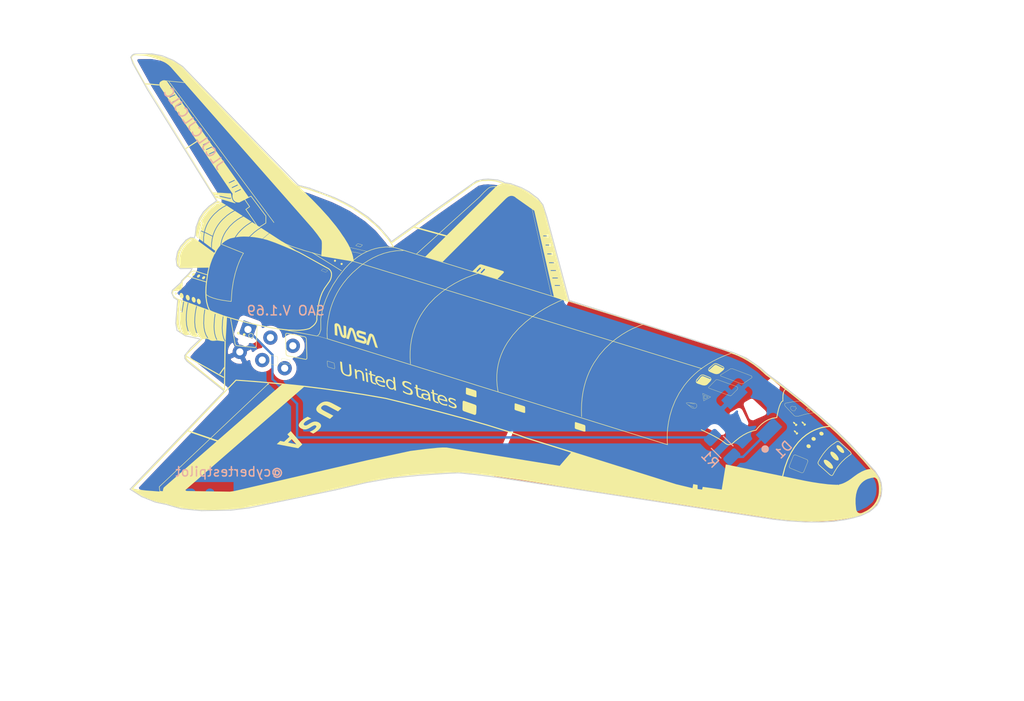
<source format=kicad_pcb>
(kicad_pcb (version 20211014) (generator pcbnew)
  (layers (0 "F.Cu" signal) (31 "B.Cu" signal) (34 "B.Paste" user) (35 "F.Paste" user) (36 "B.SilkS" user "B.Silkscreen") (37 "F.SilkS" user "F.Silkscreen") (38 "B.Mask" user) (39 "F.Mask" user) (44 "Edge.Cuts" user))
  (net 0 "")
  (net 1 "Net-(D1-Pad2)")
  (net 2 "GND")
  (net 3 "Net-(J1-Pad1)")
  (net 4 "Net-(J1-Pad3)")
  (net 5 "Net-(J1-Pad4)")
  (net 6 "Net-(J1-Pad5)")
  (net 7 "Net-(J1-Pad6)")
  (footprint "space_shuttle_SAO:space_shuttle_proper" (layer "F.Cu") (at 140.51788 73.48728)
    (fp_text reference "svg2mod" hide)
    (fp_text value "G***" hide)
    (fp_poly (pts (xy 6.670019 21.298652) (xy 22.380173 32.803893) (xy 22.382819 32.803893) (xy 25.923084 31.775105) (xy 26.072431 31.713611) (xy 26.141702 31.705253) (xy 26.253321 31.725414) (xy 26.357707 31.799828) (xy 26.851706 31.225116) (xy 26.840329 31.077838) (xy 26.878053 30.932111) (xy 26.881678 30.926952) (xy 26.960225 30.832384) (xy 26.961283 30.831326) (xy 27.235169 30.542454) (xy 27.246017 30.537797) (xy 27.435162 30.499642) (xy 27.435691 30.499642) (xy 27.574701 30.538914) (xy 27.674435 30.630383) (xy 28.510045 31.000847) (xy 27.705442 30.23862) (xy 27.710601 30.242747) (xy 27.678047 30.212259) (xy 27.62947 30.123375) (xy 27.646006 29.989533) (xy 27.776231 29.868095) (xy 28.172066 29.50642) (xy 28.210825 29.540009) (xy 29.158055 30.358047) (xy 29.153927 30.388535) (xy 29.064011 30.970412) (xy 29.008716 31.105805) (xy 28.92035 31.179703) (xy 28.868156 31.192112) (xy 28.721397 31.160589) (xy 28.575667 31.063437) (xy 28.513141 31.003493) (xy 28.510045 31.000847) (xy 27.674435 30.630383) (xy 28.658873 31.525418) (xy 28.761193 31.645306) (xy 28.790646 31.775015) (xy 28.772046 31.917126) (xy 28.772046 31.918184) (xy 28.443383 32.792034) (xy 28.439759 32.798225) (xy 28.356045 32.888657) (xy 28.261993 32.931549) (xy 28.214966 32.935173) (xy 28.089392 32.90055) (xy 27.973637 32.813735) (xy 27.930229 32.76516) (xy 27.930229 32.764631) (xy 26.938042 31.393655) (xy 26.937513 31.392597) (xy 26.936454 31.39048) (xy 26.851706 31.225116) (xy 26.357707 31.799828) (xy 27.602593 32.964098) (xy 27.603652 32.964627) (xy 27.643442 33.011135) (xy 27.708038 33.132058) (xy 27.72251 33.212674) (xy 27.707006 33.300523) (xy 27.651194 33.380623) (xy 27.554561 33.446769) (xy 27.554032 33.446769) (xy 27.463081 33.505679) (xy 27.45689 33.508324) (xy 26.779411 33.796162) (xy 26.348428 33.996666) (xy 26.338083 34.001825) (xy 26.326203 34.002354) (xy 26.154637 33.982193) (xy 26.008394 33.919148) (xy 25.882304 33.785306) (xy 25.880187 33.782211) (xy 25.355672 32.547146) (xy 25.30348 32.383848) (xy 25.313296 32.223651) (xy 25.350502 32.141484) (xy 25.417683 32.066554) (xy 25.421307 32.063459) (xy 25.923084 31.775105) (xy 22.382819 32.803893) (xy 23.09027 32.985278) (xy 23.090799 32.985278) (xy 23.230843 33.067441) (xy 24.572381 32.769264) (xy 24.631293 32.73464) (xy 24.763069 32.695366) (xy 24.855991 32.694855) (xy 25.00792 32.750666) (xy 25.152612 32.896394) (xy 25.155258 32.900018) (xy 25.156846 32.903114) (xy 25.735106 34.094773) (xy 25.784197 34.227581) (xy 25.803326 34.35057) (xy 25.767152 34.477694) (xy 25.762495 34.484917) (xy 24.448882 35.57994) (xy 24.440097 35.583565) (xy 24.350697 35.613021) (xy 24.147092 35.650743) (xy 24.030821 35.647118) (xy 23.918167 35.610944) (xy 23.828248 35.52568) (xy 23.782774 35.390803) (xy 23.782774 35.387707) (xy 23.782774 33.470513) (xy 23.787934 33.31135) (xy 23.838578 33.178543) (xy 23.960532 33.092759) (xy 24.572381 32.769264) (xy 23.230843 33.067441) (xy 23.325929 33.194566) (xy 23.368821 33.39817) (xy 23.368821 33.3987) (xy 23.350723 35.256982) (xy 23.345035 35.31641) (xy 23.289223 35.440434) (xy 23.180704 35.523634) (xy 22.995703 35.56084) (xy 22.822586 35.545865) (xy 22.817426 35.544806) (xy 21.548254 34.892135) (xy 21.476941 34.864745) (xy 21.359117 34.773279) (xy 21.310026 34.689046) (xy 21.29349 34.578458) (xy 21.321911 34.4441) (xy 21.407176 34.285453) (xy 22.021094 33.020414) (xy 22.021623 33.019356) (xy 22.116706 32.904119) (xy 22.229363 32.828671) (xy 22.380173 32.803893) (xy 6.670019 21.298652) (xy -1.230273 39.961594) (xy 9.697741 41.598703) (xy 22.992022 43.635272) (xy 23.045966 43.643339) (xy 23.196245 43.665816) (xy 23.425535 43.700122) (xy 23.716509 43.743675) (xy 24.051841 43.793893) (xy 24.414206 43.848193) (xy 24.786277 43.903992) (xy 25.150729 43.958709) (xy 25.490235 44.009762) (xy 25.78747 44.054568) (xy 26.025107 44.090545) (xy 26.185822 44.115111) (xy 26.252287 44.125683) (xy 26.342146 44.140119) (xy 26.549703 44.172159) (xy 26.840709 44.216648) (xy 27.180912 44.268434) (xy 27.536063 44.322362) (xy 27.871913 44.373278) (xy 28.15421 44.416027) (xy 28.348705 44.445457) (xy 28.421148 44.456412) (xy 29.944568 44.626425) (xy 31.872616 44.745281) (xy 33.609979 44.752531) (xy 34.909123 44.679665) (xy 36.165894 44.488979) (xy 36.878512 44.332918) (xy 37.753394 44.078153) (xy 38.648948 43.655955) (xy 39.025151 43.355716) (xy 39.430294 42.993465) (xy 39.663355 42.544395) (xy 39.862827 42.017295) (xy 39.925872 41.324314) (xy 39.862827 40.692312) (xy 39.690744 40.190019) (xy 39.227208 39.456729) (xy 38.350775 38.504332) (xy 36.607211 36.612458) (xy 34.964418 35.004805) (xy 32.210582 32.585315) (xy 29.019561 30.04645) (xy 27.742637 29.108523) (xy 27.067225 28.493058) (xy 25.547937 27.439376) (xy 24.106167 26.842513) (xy 6.670019 21.298652)) (layer "F.Cu") (width 0) (fill solid))
    (fp_line (start -6.840882 39.684765) (end -5.056002 39.591103) (layer "Edge.Cuts") (width 0.1))
    (fp_line (start -35.330951 20.968406) (end -34.938309 21.210235) (layer "Edge.Cuts") (width 0.1))
    (fp_line (start -36.182115 42.947078) (end -34.583238 43.411157) (layer "Edge.Cuts") (width 0.1))
    (fp_line (start -0.352769 8.598606) (end -0.888815 8.41525) (layer "Edge.Cuts") (width 0.1))
    (fp_line (start -34.938309 21.210235) (end -35.143361 23.669537) (layer "Edge.Cuts") (width 0.1))
    (fp_line (start -31.581011 11.210044) (end -32.196961 11.819114) (layer "Edge.Cuts") (width 0.1))
    (fp_line (start -39.611909 -4.95396) (end -39.77013 -4.856276) (layer "Edge.Cuts") (width 0.1))
    (fp_line (start -34.961063 19.664804) (end -35.498961 20.151372) (layer "Edge.Cuts") (width 0.1))
    (fp_line (start 27.347784 44.368155) (end 28.41035 44.529286) (layer "Edge.Cuts") (width 0.1))
    (fp_line (start 26.237856 44.198027) (end 26.350834 44.216284) (layer "Edge.Cuts") (width 0.1))
    (fp_line (start -38.136063 -1.15883) (end -30.799961 10.651244) (layer "Edge.Cuts") (width 0.1))
    (fp_line (start -30.799961 10.651244) (end -31.581011 11.210044) (layer "Edge.Cuts") (width 0.1))
    (fp_line (start -33.93739 18.578424) (end -34.543551 19.16871) (layer "Edge.Cuts") (width 0.1))
    (fp_line (start 37.779775 44.147492) (end 38.688619 43.719132) (layer "Edge.Cuts") (width 0.1))
    (fp_line (start -33.555597 14.531093) (end -34.034492 14.804143) (layer "Edge.Cuts") (width 0.1))
    (fp_line (start -17.350661 10.729296) (end -18.284111 10.283473) (layer "Edge.Cuts") (width 0.1))
    (fp_line (start 35.014615 34.950576) (end 32.258186 32.529109) (layer "Edge.Cuts") (width 0.1))
    (fp_line (start 39.072794 43.412215) (end 39.489248 43.039417) (layer "Edge.Cuts") (width 0.1))
    (fp_line (start -0.888815 8.41525) (end -1.8855 8.334023) (layer "Edge.Cuts") (width 0.1))
    (fp_line (start -37.682303 -4.999945) (end -39.440459 -4.981344) (layer "Edge.Cuts") (width 0.1))
    (fp_line (start 27.789109 29.051161) (end 27.113098 28.435212) (layer "Edge.Cuts") (width 0.1))
    (fp_line (start -34.034492 14.804143) (end -34.618957 15.474333) (layer "Edge.Cuts") (width 0.1))
    (fp_line (start -35.008688 17.549195) (end -34.652559 17.865372) (layer "Edge.Cuts") (width 0.1))
    (fp_line (start 39.489248 43.039417) (end 39.731077 42.574544) (layer "Edge.Cuts") (width 0.1))
    (fp_line (start 4.368456 12.401462) (end 3.940889 11.076694) (layer "Edge.Cuts") (width 0.1))
    (fp_line (start -0.103267 8.725342) (end -0.352769 8.598606) (layer "Edge.Cuts") (width 0.1))
    (fp_line (start -1.8855 8.334023) (end -2.405936 8.36101) (layer "Edge.Cuts") (width 0.1))
    (fp_line (start -35.101028 16.838525) (end -35.008688 17.549195) (layer "Edge.Cuts") (width 0.1))
    (fp_line (start -39.710599 -3.982939) (end -38.136063 -1.15883) (layer "Edge.Cuts") (width 0.1))
    (fp_line (start 39.7578 40.158105) (end 39.286048 39.411715) (layer "Edge.Cuts") (width 0.1))
    (fp_line (start -32.196961 11.819114) (end -32.623205 12.48851) (layer "Edge.Cuts") (width 0.1))
    (fp_line (start 39.286048 39.411715) (end 38.404986 38.454188) (layer "Edge.Cuts") (width 0.1))
    (fp_line (start -36.55359 -4.789601) (end -37.682303 -4.999945) (layer "Edge.Cuts") (width 0.1))
    (fp_line (start -35.365082 -4.295068) (end -36.55359 -4.789601) (layer "Edge.Cuts") (width 0.1))
    (fp_line (start -18.284111 10.283473) (end -20.870942 9.298958) (layer "Edge.Cuts") (width 0.1))
    (fp_line (start -18.144146 41.410113) (end -14.882098 40.638588) (layer "Edge.Cuts") (width 0.1))
    (fp_line (start -34.184247 27.098801) (end -34.176044 27.412068) (layer "Edge.Cuts") (width 0.1))
    (fp_line (start 26.604569 44.254913) (end 27.347784 44.368155) (layer "Edge.Cuts") (width 0.1))
    (fp_line (start 26.350834 44.216284) (end 26.604569 44.254913) (layer "Edge.Cuts") (width 0.1))
    (fp_line (start -7.3719 11.508229) (end -12.194461 14.985383) (layer "Edge.Cuts") (width 0.1))
    (fp_line (start 40.000159 41.323859) (end 39.9356 40.676423) (layer "Edge.Cuts") (width 0.1))
    (fp_line (start 39.9356 40.676423) (end 39.7578 40.158105) (layer "Edge.Cuts") (width 0.1))
    (fp_line (start 31.870042 44.81874) (end 33.611529 44.826413) (layer "Edge.Cuts") (width 0.1))
    (fp_line (start 34.916984 44.752594) (end 36.179311 44.5613) (layer "Edge.Cuts") (width 0.1))
    (fp_line (start -34.950745 16.069116) (end -35.101028 16.838525) (layer "Edge.Cuts") (width 0.1))
    (fp_line (start -3.337269 39.769961) (end -1.240181 40.034544) (layer "Edge.Cuts") (width 0.1))
    (fp_line (start -35.143361 23.669537) (end -34.998899 24.43868) (layer "Edge.Cuts") (width 0.1))
    (fp_line (start 29.938319 44.699942) (end 31.870042 44.81874) (layer "Edge.Cuts") (width 0.1))
    (fp_line (start -26.705799 4.274521) (end -32.587486 -1.784622) (layer "Edge.Cuts") (width 0.1))
    (fp_line (start -39.440459 -4.981344) (end -39.445486 -4.980313) (layer "Edge.Cuts") (width 0.1))
    (fp_line (start 3.940889 11.076694) (end 3.413839 10.404387) (layer "Edge.Cuts") (width 0.1))
    (fp_line (start 24.131509 26.773364) (end 6.730392 21.240926) (layer "Edge.Cuts") (width 0.1))
    (fp_line (start -39.784682 41.471232) (end -38.769211 42.121842) (layer "Edge.Cuts") (width 0.1))
    (fp_line (start 38.688619 43.719132) (end 39.072794 43.412215) (layer "Edge.Cuts") (width 0.1))
    (fp_line (start -35.498961 20.151372) (end -35.576484 20.441356) (layer "Edge.Cuts") (width 0.1))
    (fp_line (start -39.77013 -4.856276) (end -39.928086 -4.636143) (layer "Edge.Cuts") (width 0.1))
    (fp_line (start -33.158986 14.570516) (end -33.555597 14.531093) (layer "Edge.Cuts") (width 0.1))
    (fp_line (start 36.659794 36.561359) (end 35.014615 34.950576) (layer "Edge.Cuts") (width 0.1))
    (fp_line (start -5.056002 39.591103) (end -3.337269 39.769961) (layer "Edge.Cuts") (width 0.1))
    (fp_line (start -32.587486 -1.784622) (end -34.403057 -3.656867) (layer "Edge.Cuts") (width 0.1))
    (fp_line (start 26.194994 44.190884) (end 26.237856 44.198027) (layer "Edge.Cuts") (width 0.1))
    (fp_line (start -35.576484 20.441356) (end -35.330951 20.968406) (layer "Edge.Cuts") (width 0.1))
    (fp_line (start -30.065213 30.82678) (end -30.03214 30.926528) (layer "Edge.Cuts") (width 0.1))
    (fp_line (start -40.000053 41.331532) (end -39.784682 41.471232) (layer "Edge.Cuts") (width 0.1))
    (fp_line (start 2.435675 9.664877) (end 1.678702 9.255567) (layer "Edge.Cuts") (width 0.1))
    (fp_line (start -32.536422 25.353874) (end -32.605213 25.420549) (layer "Edge.Cuts") (width 0.1))
    (fp_line (start 25.583013 27.374762) (end 24.131509 26.773364) (layer "Edge.Cuts") (width 0.1))
    (fp_line (start -13.468694 13.442333) (end -14.661436 12.380296) (layer "Edge.Cuts") (width 0.1))
    (fp_line (start -32.408363 43.619384) (end -29.269876 43.568584) (layer "Edge.Cuts") (width 0.1))
    (fp_line (start -12.106619 40.143553) (end -9.356011 39.86918) (layer "Edge.Cuts") (width 0.1))
    (fp_line (start 32.258186 32.529109) (end 29.0644 29.988051) (layer "Edge.Cuts") (width 0.1))
    (fp_line (start -3.137773 8.521612) (end -7.3719 11.508229) (layer "Edge.Cuts") (width 0.1))
    (fp_line (start 25.707102 44.117065) (end 26.084398 44.173686) (layer "Edge.Cuts") (width 0.1))
    (fp_line (start 1.678702 9.255567) (end 0.506598 8.815829) (layer "Edge.Cuts") (width 0.1))
    (fp_line (start 26.084398 44.173686) (end 26.194994 44.190884) (layer "Edge.Cuts") (width 0.1))
    (fp_line (start 36.896596 44.404402) (end 37.779775 44.147492) (layer "Edge.Cuts") (width 0.1))
    (fp_line (start -2.405936 8.36101) (end -3.137773 8.521612) (layer "Edge.Cuts") (width 0.1))
    (fp_line (start -32.605213 25.420549) (end -33.554009 26.323837) (layer "Edge.Cuts") (width 0.1))
    (fp_line (start -34.555457 19.291212) (end -34.961063 19.664804) (layer "Edge.Cuts") (width 0.1))
    (fp_line (start 0.506598 8.815829) (end -0.103267 8.725342) (layer "Edge.Cuts") (width 0.1))
    (fp_line (start 39.935071 42.034001) (end 40.000159 41.323859) (layer "Edge.Cuts") (width 0.1))
    (fp_line (start -38.769211 42.121842) (end -37.301038 42.716096) (layer "Edge.Cuts") (width 0.1))
    (fp_line (start -34.403057 -3.656867) (end -35.365082 -4.295068) (layer "Edge.Cuts") (width 0.1))
    (fp_line (start -9.356011 39.86918) (end -6.840882 39.684765) (layer "Edge.Cuts") (width 0.1))
    (fp_line (start 36.179311 44.5613) (end 36.896596 44.404402) (layer "Edge.Cuts") (width 0.1))
    (fp_line (start -33.396847 17.847645) (end -33.536811 18.124664) (layer "Edge.Cuts") (width 0.1))
    (fp_line (start 27.113098 28.435212) (end 25.583013 27.374762) (layer "Edge.Cuts") (width 0.1))
    (fp_line (start -12.360355 14.743025) (end -13.468694 13.442333) (layer "Edge.Cuts") (width 0.1))
    (fp_line (start 22.9811 43.708284) (end 24.589238 43.949055) (layer "Edge.Cuts") (width 0.1))
    (fp_line (start 38.404986 38.454188) (end 36.659794 36.561359) (layer "Edge.Cuts") (width 0.1))
    (fp_line (start -32.623205 12.48851) (end -32.970603 13.423283) (layer "Edge.Cuts") (width 0.1))
    (fp_line (start -39.445486 -4.980313) (end -39.611909 -4.95396) (layer "Edge.Cuts") (width 0.1))
    (fp_line (start -16.271161 11.293123) (end -17.350661 10.729296) (layer "Edge.Cuts") (width 0.1))
    (fp_line (start 39.731077 42.574544) (end 39.935071 42.034001) (layer "Edge.Cuts") (width 0.1))
    (fp_line (start -33.536811 18.124664) (end -33.93739 18.578424) (layer "Edge.Cuts") (width 0.1))
    (fp_line (start -22.099932 8.979606) (end -26.705799 4.274521) (layer "Edge.Cuts") (width 0.1))
    (fp_line (start -12.194461 14.985383) (end -12.360355 14.743025) (layer "Edge.Cuts") (width 0.1))
    (fp_line (start 28.41035 44.529286) (end 28.411938 44.529286) (layer "Edge.Cuts") (width 0.1))
    (fp_line (start -14.882098 40.638588) (end -12.106619 40.143553) (layer "Edge.Cuts") (width 0.1))
    (fp_line (start -34.110428 25.016266) (end -32.536422 25.353874) (layer "Edge.Cuts") (width 0.1))
    (fp_line (start -20.870942 9.298958) (end -22.099932 8.979606) (layer "Edge.Cuts") (width 0.1))
    (fp_line (start 9.686846 41.671521) (end 22.9811 43.708284) (layer "Edge.Cuts") (width 0.1))
    (fp_line (start -33.946651 27.73142) (end -30.065213 30.82678) (layer "Edge.Cuts") (width 0.1))
    (fp_line (start -34.543551 19.16871) (end -34.555457 19.291212) (layer "Edge.Cuts") (width 0.1))
    (fp_line (start -14.661436 12.380296) (end -16.271161 11.293123) (layer "Edge.Cuts") (width 0.1))
    (fp_line (start -1.240181 40.034544) (end 9.686846 41.671521) (layer "Edge.Cuts") (width 0.1))
    (fp_line (start 6.730392 21.240926) (end 4.368456 12.401462) (layer "Edge.Cuts") (width 0.1))
    (fp_line (start -33.554009 26.323837) (end -34.184247 27.098801) (layer "Edge.Cuts") (width 0.1))
    (fp_line (start -34.176044 27.412068) (end -33.946651 27.73142) (layer "Edge.Cuts") (width 0.1))
    (fp_line (start -37.301038 42.716096) (end -36.182115 42.947078) (layer "Edge.Cuts") (width 0.1))
    (fp_line (start -34.998899 24.43868) (end -34.110428 25.016266) (layer "Edge.Cuts") (width 0.1))
    (fp_line (start -39.928086 -4.636143) (end -39.710599 -3.982939) (layer "Edge.Cuts") (width 0.1))
    (fp_line (start 29.0644 29.988051) (end 27.789109 29.051161) (layer "Edge.Cuts") (width 0.1))
    (fp_line (start -27.298465 43.319611) (end -18.144146 41.410113) (layer "Edge.Cuts") (width 0.1))
    (fp_line (start -29.269876 43.568584) (end -27.298465 43.319611) (layer "Edge.Cuts") (width 0.1))
    (fp_line (start -34.583238 43.411157) (end -32.408363 43.619384) (layer "Edge.Cuts") (width 0.1))
    (fp_line (start -34.618957 15.474333) (end -34.950745 16.069116) (layer "Edge.Cuts") (width 0.1))
    (fp_line (start -33.071144 14.332656) (end -33.158986 14.570516) (layer "Edge.Cuts") (width 0.1))
    (fp_line (start -30.03214 30.926528) (end -40.000053 41.331532) (layer "Edge.Cuts") (width 0.1))
    (fp_line (start 24.589238 43.949055) (end 25.707102 44.117065) (layer "Edge.Cuts") (width 0.1))
    (fp_line (start 3.413839 10.404387) (end 2.435675 9.664877) (layer "Edge.Cuts") (width 0.1))
    (fp_line (start -32.970603 13.423283) (end -33.071144 14.332656) (layer "Edge.Cuts") (width 0.1))
    (fp_line (start 28.411938 44.529286) (end 29.938319 44.699942) (layer "Edge.Cuts") (width 0.1))
    (fp_line (start 33.611529 44.826413) (end 34.916984 44.752594) (layer "Edge.Cuts") (width 0.1))
    (fp_line (start -34.652559 17.865372) (end -33.396847 17.847645) (layer "Edge.Cuts") (width 0.1))
  )
  (footprint "space_shuttle_SAO:sao_1.69" (layer "F.Cu") (at 115.019626 99.883299 -20)
    (fp_text reference "J1" hide)
    (fp_text value "SAO_1.69" hide)
    (pad "1" thru_hole rect locked (at -2.54 -1.27 340) (size 1.524 1.524) (drill 0.762) (layers *.Cu *.Mask) (net 3 "Net-(J1-Pad1)"))
    (pad "2" thru_hole circle locked (at -2.54 1.27 340) (size 1.524 1.524) (drill 0.762) (layers *.Cu *.Mask) (net 2 "GND"))
    (pad "3" thru_hole circle locked (at 0 -1.27 340) (size 1.524 1.524) (drill 0.762) (layers *.Cu *.Mask) (net 4 "Net-(J1-Pad3)"))
    (pad "4" thru_hole circle locked (at 0 1.27 340) (size 1.524 1.524) (drill 0.762) (layers *.Cu *.Mask) (net 5 "Net-(J1-Pad4)"))
    (pad "5" thru_hole circle locked (at 2.54 -1.27 340) (size 1.524 1.524) (drill 0.762) (layers *.Cu *.Mask) (net 6 "Net-(J1-Pad5)"))
    (pad "6" thru_hole circle locked (at 2.54 1.27 340) (size 1.524 1.524) (drill 0.762) (layers *.Cu *.Mask) (net 7 "Net-(J1-Pad6)"))
  )
  (footprint "sunled:XZMYK45WT-9" (layer "B.Cu") (at 166.670202 106.777002 -45)
    (fp_text reference "D1" (at 5.10286 0.325119 45) (layer "B.SilkS") (effects (justify mirror)))
    (fp_text value "LED" hide)
    (pad "1" smd rect locked (at -2.6 0 315) (size 1.4 2.6) (layers "B.Cu" "B.Paste" "B.Mask") (net 2 "GND"))
    (pad "2" smd rect locked (at 2.6 0 315) (size 1.4 2.6) (layers "B.Cu" "B.Paste" "B.Mask") (net 1 "Net-(D1-Pad2)"))
  )
  (footprint "Resistors_SMD:R_1206_3216Metric" (layer "B.Cu") (at 163.527376 110.344856 -45)
    (fp_text reference "R1" (at 0 1.82 -45) (layer "B.SilkS") (effects (justify mirror)))
    (fp_text value "330")
    (pad "1" smd roundrect locked (at -1.4625 0 315) (size 1.125 1.75) (layers "B.Cu" "B.Paste" "B.Mask") (roundrect_rratio 0.2222204444) (net 3 "Net-(J1-Pad1)"))
    (pad "2" smd roundrect locked (at 1.4625 0 315) (size 1.125 1.75) (layers "B.Cu" "B.Paste" "B.Mask") (roundrect_rratio 0.2222204444) (net 1 "Net-(D1-Pad2)"))
  )
  (gr_text "v0.2" (at 108.51896 115.7224) (layer "B.Cu") (effects (font (size 1.5 1.5) (thickness 0.3)) (justify mirror)))
  (gr_text "JLCJLCJLCJLC" (at 107.35056 76.45908 -55) (layer "B.SilkS") (effects (font (size 1 1)) (justify mirror)))
  (gr_text "@cybertestpilot" (at 111.08944 112.95888) (layer "B.SilkS") (effects (font (size 1 1)) (justify mirror)))
  (gr_text "SAO V.1.69" (at 117.094 95.81896) (layer "B.SilkS") (effects (font (size 1 1)) (justify mirror)))
  (segment (start 165.74516 111.379) (end 168.50868 108.61548) (width 0.254) (layer "B.Cu") (net 1))
  (segment (start 164.56152 111.379) (end 165.74516 111.379) (width 0.254) (layer "B.Cu") (net 1))
  (segment (start 113.067172 97.911831) (end 113.067172 97.821158) (width 0.25) (layer "B.Cu") (net 3))
  (segment (start 115.672261 100.51692) (end 113.067172 97.911831) (width 0.25) (layer "B.Cu") (net 3))
  (segment (start 118.29079 109.310712) (end 118.29079 105.72795) (width 0.25) (layer "B.Cu") (net 3))
  (segment (start 162.493232 109.310712) (end 118.29079 109.310712) (width 0.254) (layer "B.Cu") (net 3))
  (segment (start 115.672261 103.109421) (end 115.672261 100.51692) (width 0.25) (layer "B.Cu") (net 3))
  (segment (start 118.29079 105.72795) (end 115.672261 103.109421) (width 0.25) (layer "B.Cu") (net 3))
  (zone (net 2) (net_name "GND") (layer "F.Cu") (connect_pads (clearance 0.508)) (min_thickness 0.254) (fill yes (thermal_gap 0.508) (thermal_bridge_width 0.508))
    (polygon (pts (xy 195.6562 62.9158) (xy 192.278 137.35812) (xy 86.68004 130.44932) (xy 86.98992 62.7634)))
  )
  (zone (net 2) (net_name "GND") (layer "B.Cu") (connect_pads (clearance 0.508)) (min_thickness 0.254) (fill yes (thermal_gap 0.508) (thermal_bridge_width 0.508))
    (polygon (pts (xy 189.51448 130.60172) (xy 90.36812 125.38456) (xy 90.5764 66.81216) (xy 190.59144 66.4464)))
  )
  (zone (net 0) (net_name "") (layer "B.Cu") (connect_pads (clearance 0)) (min_thickness 0.254)
    (keepout (tracks not_allowed) (vias not_allowed) (pads allowed) (copperpour not_allowed) (footprints allowed))
    (fill (thermal_gap 0.508) (thermal_bridge_width 0.508))
    (polygon (pts (xy 167.6654 105.42016) (xy 168.28008 106.13644) (xy 168.25468 106.92384) (xy 167.90924 107.59948) (xy 167.30472 108.03128) (xy 166.40048 108.14304) (xy 165.61308 107.6706) (xy 165.19652 106.68) (xy 165.44036 105.83672) (xy 165.87216 105.37952) (xy 166.61892 105.1052)))
  )
)
</source>
